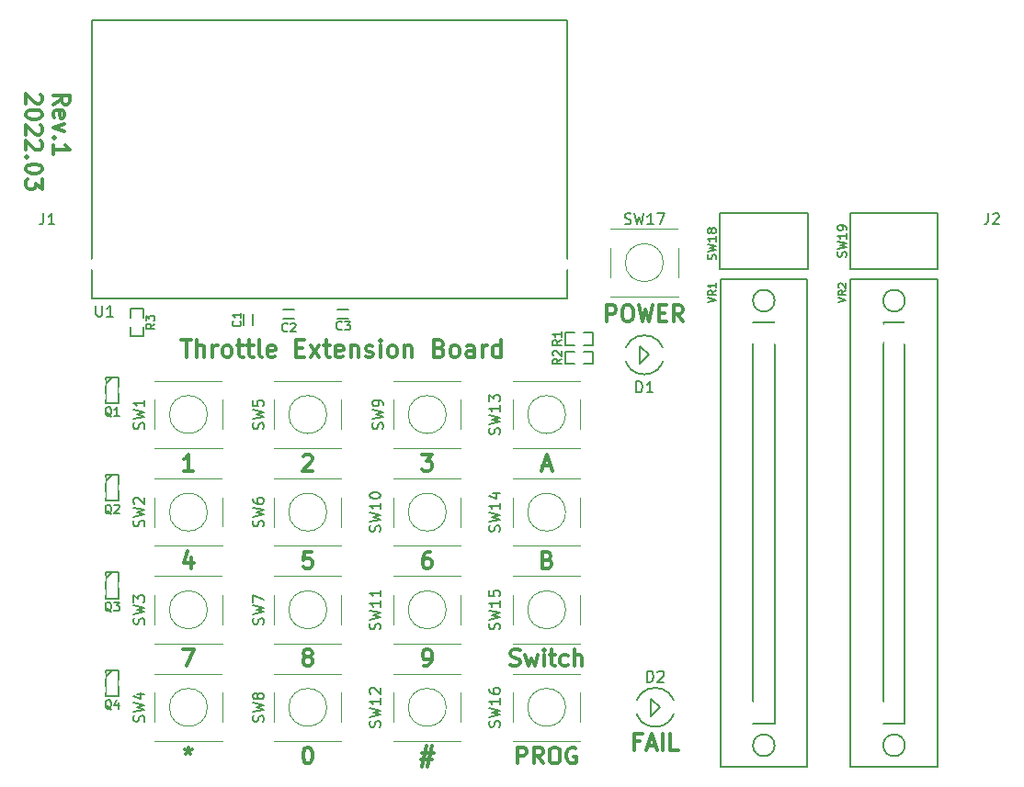
<source format=gto>
%TF.GenerationSoftware,KiCad,Pcbnew,(5.1.12)-1*%
%TF.CreationDate,2022-03-07T14:57:08+09:00*%
%TF.ProjectId,RP2040CommandStationKeypad,52503230-3430-4436-9f6d-6d616e645374,rev?*%
%TF.SameCoordinates,PX4b571c0PY7cee6c0*%
%TF.FileFunction,Legend,Top*%
%TF.FilePolarity,Positive*%
%FSLAX46Y46*%
G04 Gerber Fmt 4.6, Leading zero omitted, Abs format (unit mm)*
G04 Created by KiCad (PCBNEW (5.1.12)-1) date 2022-03-07 14:57:08*
%MOMM*%
%LPD*%
G01*
G04 APERTURE LIST*
%ADD10C,0.300000*%
%ADD11C,0.200000*%
%ADD12C,0.180000*%
%ADD13C,0.120000*%
%ADD14C,0.150000*%
%ADD15C,0.140000*%
%ADD16C,1.800000*%
%ADD17O,3.200000X1.300000*%
%ADD18C,1.600000*%
%ADD19R,1.600000X1.600000*%
%ADD20C,1.524000*%
%ADD21R,0.800000X0.600000*%
%ADD22R,0.700000X0.900000*%
%ADD23R,0.900000X0.700000*%
%ADD24C,1.700000*%
%ADD25C,2.000000*%
%ADD26C,2.500000*%
%ADD27C,3.200000*%
%ADD28C,0.254000*%
%ADD29C,0.100000*%
G04 APERTURE END LIST*
D10*
X58607142Y2857143D02*
X58107142Y2857143D01*
X58107142Y2071429D02*
X58107142Y3571429D01*
X58821428Y3571429D01*
X59321428Y2500000D02*
X60035714Y2500000D01*
X59178571Y2071429D02*
X59678571Y3571429D01*
X60178571Y2071429D01*
X60678571Y2071429D02*
X60678571Y3571429D01*
X62107142Y2071429D02*
X61392857Y2071429D01*
X61392857Y3571429D01*
X4596428Y61590715D02*
X5310714Y62090715D01*
X4596428Y62447858D02*
X6096428Y62447858D01*
X6096428Y61876429D01*
X6025000Y61733572D01*
X5953571Y61662143D01*
X5810714Y61590715D01*
X5596428Y61590715D01*
X5453571Y61662143D01*
X5382142Y61733572D01*
X5310714Y61876429D01*
X5310714Y62447858D01*
X4667857Y60376429D02*
X4596428Y60519286D01*
X4596428Y60805000D01*
X4667857Y60947858D01*
X4810714Y61019286D01*
X5382142Y61019286D01*
X5525000Y60947858D01*
X5596428Y60805000D01*
X5596428Y60519286D01*
X5525000Y60376429D01*
X5382142Y60305000D01*
X5239285Y60305000D01*
X5096428Y61019286D01*
X5596428Y59805000D02*
X4596428Y59447858D01*
X5596428Y59090715D01*
X4739285Y58519286D02*
X4667857Y58447858D01*
X4596428Y58519286D01*
X4667857Y58590715D01*
X4739285Y58519286D01*
X4596428Y58519286D01*
X4596428Y57019286D02*
X4596428Y57876429D01*
X4596428Y57447858D02*
X6096428Y57447858D01*
X5882142Y57590715D01*
X5739285Y57733572D01*
X5667857Y57876429D01*
X3403571Y62519286D02*
X3475000Y62447858D01*
X3546428Y62305000D01*
X3546428Y61947858D01*
X3475000Y61805000D01*
X3403571Y61733572D01*
X3260714Y61662143D01*
X3117857Y61662143D01*
X2903571Y61733572D01*
X2046428Y62590715D01*
X2046428Y61662143D01*
X3546428Y60733572D02*
X3546428Y60590715D01*
X3475000Y60447858D01*
X3403571Y60376429D01*
X3260714Y60305000D01*
X2975000Y60233572D01*
X2617857Y60233572D01*
X2332142Y60305000D01*
X2189285Y60376429D01*
X2117857Y60447858D01*
X2046428Y60590715D01*
X2046428Y60733572D01*
X2117857Y60876429D01*
X2189285Y60947858D01*
X2332142Y61019286D01*
X2617857Y61090715D01*
X2975000Y61090715D01*
X3260714Y61019286D01*
X3403571Y60947858D01*
X3475000Y60876429D01*
X3546428Y60733572D01*
X3403571Y59662143D02*
X3475000Y59590715D01*
X3546428Y59447858D01*
X3546428Y59090715D01*
X3475000Y58947858D01*
X3403571Y58876429D01*
X3260714Y58805000D01*
X3117857Y58805000D01*
X2903571Y58876429D01*
X2046428Y59733572D01*
X2046428Y58805000D01*
X3403571Y58233572D02*
X3475000Y58162143D01*
X3546428Y58019286D01*
X3546428Y57662143D01*
X3475000Y57519286D01*
X3403571Y57447858D01*
X3260714Y57376429D01*
X3117857Y57376429D01*
X2903571Y57447858D01*
X2046428Y58305000D01*
X2046428Y57376429D01*
X2189285Y56733572D02*
X2117857Y56662143D01*
X2046428Y56733572D01*
X2117857Y56805000D01*
X2189285Y56733572D01*
X2046428Y56733572D01*
X3546428Y55733572D02*
X3546428Y55590715D01*
X3475000Y55447858D01*
X3403571Y55376429D01*
X3260714Y55305000D01*
X2975000Y55233572D01*
X2617857Y55233572D01*
X2332142Y55305000D01*
X2189285Y55376429D01*
X2117857Y55447858D01*
X2046428Y55590715D01*
X2046428Y55733572D01*
X2117857Y55876429D01*
X2189285Y55947858D01*
X2332142Y56019286D01*
X2617857Y56090715D01*
X2975000Y56090715D01*
X3260714Y56019286D01*
X3403571Y55947858D01*
X3475000Y55876429D01*
X3546428Y55733572D01*
X3546428Y54733572D02*
X3546428Y53805000D01*
X2975000Y54305000D01*
X2975000Y54090715D01*
X2903571Y53947858D01*
X2832142Y53876429D01*
X2689285Y53805000D01*
X2332142Y53805000D01*
X2189285Y53876429D01*
X2117857Y53947858D01*
X2046428Y54090715D01*
X2046428Y54519286D01*
X2117857Y54662143D01*
X2189285Y54733572D01*
X16347380Y39876191D02*
X17261666Y39876191D01*
X16804523Y38276191D02*
X16804523Y39876191D01*
X17795000Y38276191D02*
X17795000Y39876191D01*
X18480714Y38276191D02*
X18480714Y39114286D01*
X18404523Y39266667D01*
X18252142Y39342858D01*
X18023571Y39342858D01*
X17871190Y39266667D01*
X17795000Y39190477D01*
X19242619Y38276191D02*
X19242619Y39342858D01*
X19242619Y39038096D02*
X19318809Y39190477D01*
X19395000Y39266667D01*
X19547380Y39342858D01*
X19699761Y39342858D01*
X20461666Y38276191D02*
X20309285Y38352381D01*
X20233095Y38428572D01*
X20156904Y38580953D01*
X20156904Y39038096D01*
X20233095Y39190477D01*
X20309285Y39266667D01*
X20461666Y39342858D01*
X20690238Y39342858D01*
X20842619Y39266667D01*
X20918809Y39190477D01*
X20995000Y39038096D01*
X20995000Y38580953D01*
X20918809Y38428572D01*
X20842619Y38352381D01*
X20690238Y38276191D01*
X20461666Y38276191D01*
X21452142Y39342858D02*
X22061666Y39342858D01*
X21680714Y39876191D02*
X21680714Y38504762D01*
X21756904Y38352381D01*
X21909285Y38276191D01*
X22061666Y38276191D01*
X22366428Y39342858D02*
X22975952Y39342858D01*
X22595000Y39876191D02*
X22595000Y38504762D01*
X22671190Y38352381D01*
X22823571Y38276191D01*
X22975952Y38276191D01*
X23737857Y38276191D02*
X23585476Y38352381D01*
X23509285Y38504762D01*
X23509285Y39876191D01*
X24956904Y38352381D02*
X24804523Y38276191D01*
X24499761Y38276191D01*
X24347380Y38352381D01*
X24271190Y38504762D01*
X24271190Y39114286D01*
X24347380Y39266667D01*
X24499761Y39342858D01*
X24804523Y39342858D01*
X24956904Y39266667D01*
X25033095Y39114286D01*
X25033095Y38961905D01*
X24271190Y38809524D01*
X26937857Y39114286D02*
X27471190Y39114286D01*
X27699761Y38276191D02*
X26937857Y38276191D01*
X26937857Y39876191D01*
X27699761Y39876191D01*
X28233095Y38276191D02*
X29071190Y39342858D01*
X28233095Y39342858D02*
X29071190Y38276191D01*
X29452142Y39342858D02*
X30061666Y39342858D01*
X29680714Y39876191D02*
X29680714Y38504762D01*
X29756904Y38352381D01*
X29909285Y38276191D01*
X30061666Y38276191D01*
X31204523Y38352381D02*
X31052142Y38276191D01*
X30747380Y38276191D01*
X30595000Y38352381D01*
X30518809Y38504762D01*
X30518809Y39114286D01*
X30595000Y39266667D01*
X30747380Y39342858D01*
X31052142Y39342858D01*
X31204523Y39266667D01*
X31280714Y39114286D01*
X31280714Y38961905D01*
X30518809Y38809524D01*
X31966428Y39342858D02*
X31966428Y38276191D01*
X31966428Y39190477D02*
X32042619Y39266667D01*
X32195000Y39342858D01*
X32423571Y39342858D01*
X32575952Y39266667D01*
X32652142Y39114286D01*
X32652142Y38276191D01*
X33337857Y38352381D02*
X33490238Y38276191D01*
X33795000Y38276191D01*
X33947380Y38352381D01*
X34023571Y38504762D01*
X34023571Y38580953D01*
X33947380Y38733334D01*
X33795000Y38809524D01*
X33566428Y38809524D01*
X33414047Y38885715D01*
X33337857Y39038096D01*
X33337857Y39114286D01*
X33414047Y39266667D01*
X33566428Y39342858D01*
X33795000Y39342858D01*
X33947380Y39266667D01*
X34709285Y38276191D02*
X34709285Y39342858D01*
X34709285Y39876191D02*
X34633095Y39800000D01*
X34709285Y39723810D01*
X34785476Y39800000D01*
X34709285Y39876191D01*
X34709285Y39723810D01*
X35699761Y38276191D02*
X35547380Y38352381D01*
X35471190Y38428572D01*
X35395000Y38580953D01*
X35395000Y39038096D01*
X35471190Y39190477D01*
X35547380Y39266667D01*
X35699761Y39342858D01*
X35928333Y39342858D01*
X36080714Y39266667D01*
X36156904Y39190477D01*
X36233095Y39038096D01*
X36233095Y38580953D01*
X36156904Y38428572D01*
X36080714Y38352381D01*
X35928333Y38276191D01*
X35699761Y38276191D01*
X36918809Y39342858D02*
X36918809Y38276191D01*
X36918809Y39190477D02*
X36995000Y39266667D01*
X37147380Y39342858D01*
X37375952Y39342858D01*
X37528333Y39266667D01*
X37604523Y39114286D01*
X37604523Y38276191D01*
X40118809Y39114286D02*
X40347380Y39038096D01*
X40423571Y38961905D01*
X40499761Y38809524D01*
X40499761Y38580953D01*
X40423571Y38428572D01*
X40347380Y38352381D01*
X40195000Y38276191D01*
X39585476Y38276191D01*
X39585476Y39876191D01*
X40118809Y39876191D01*
X40271190Y39800000D01*
X40347380Y39723810D01*
X40423571Y39571429D01*
X40423571Y39419048D01*
X40347380Y39266667D01*
X40271190Y39190477D01*
X40118809Y39114286D01*
X39585476Y39114286D01*
X41414047Y38276191D02*
X41261666Y38352381D01*
X41185476Y38428572D01*
X41109285Y38580953D01*
X41109285Y39038096D01*
X41185476Y39190477D01*
X41261666Y39266667D01*
X41414047Y39342858D01*
X41642619Y39342858D01*
X41795000Y39266667D01*
X41871190Y39190477D01*
X41947380Y39038096D01*
X41947380Y38580953D01*
X41871190Y38428572D01*
X41795000Y38352381D01*
X41642619Y38276191D01*
X41414047Y38276191D01*
X43318809Y38276191D02*
X43318809Y39114286D01*
X43242619Y39266667D01*
X43090238Y39342858D01*
X42785476Y39342858D01*
X42633095Y39266667D01*
X43318809Y38352381D02*
X43166428Y38276191D01*
X42785476Y38276191D01*
X42633095Y38352381D01*
X42556904Y38504762D01*
X42556904Y38657143D01*
X42633095Y38809524D01*
X42785476Y38885715D01*
X43166428Y38885715D01*
X43318809Y38961905D01*
X44080714Y38276191D02*
X44080714Y39342858D01*
X44080714Y39038096D02*
X44156904Y39190477D01*
X44233095Y39266667D01*
X44385476Y39342858D01*
X44537857Y39342858D01*
X45756904Y38276191D02*
X45756904Y39876191D01*
X45756904Y38352381D02*
X45604523Y38276191D01*
X45299761Y38276191D01*
X45147380Y38352381D01*
X45071190Y38428572D01*
X44995000Y38580953D01*
X44995000Y39038096D01*
X45071190Y39190477D01*
X45147380Y39266667D01*
X45299761Y39342858D01*
X45604523Y39342858D01*
X45756904Y39266667D01*
X55535714Y41571429D02*
X55535714Y43071429D01*
X56107142Y43071429D01*
X56250000Y43000000D01*
X56321428Y42928572D01*
X56392857Y42785715D01*
X56392857Y42571429D01*
X56321428Y42428572D01*
X56250000Y42357143D01*
X56107142Y42285715D01*
X55535714Y42285715D01*
X57321428Y43071429D02*
X57607142Y43071429D01*
X57750000Y43000000D01*
X57892857Y42857143D01*
X57964285Y42571429D01*
X57964285Y42071429D01*
X57892857Y41785715D01*
X57750000Y41642858D01*
X57607142Y41571429D01*
X57321428Y41571429D01*
X57178571Y41642858D01*
X57035714Y41785715D01*
X56964285Y42071429D01*
X56964285Y42571429D01*
X57035714Y42857143D01*
X57178571Y43000000D01*
X57321428Y43071429D01*
X58464285Y43071429D02*
X58821428Y41571429D01*
X59107142Y42642858D01*
X59392857Y41571429D01*
X59750000Y43071429D01*
X60321428Y42357143D02*
X60821428Y42357143D01*
X61035714Y41571429D02*
X60321428Y41571429D01*
X60321428Y43071429D01*
X61035714Y43071429D01*
X62535714Y41571429D02*
X62035714Y42285715D01*
X61678571Y41571429D02*
X61678571Y43071429D01*
X62250000Y43071429D01*
X62392857Y43000000D01*
X62464285Y42928572D01*
X62535714Y42785715D01*
X62535714Y42571429D01*
X62464285Y42428572D01*
X62392857Y42357143D01*
X62250000Y42285715D01*
X61678571Y42285715D01*
X38500000Y29321429D02*
X39428571Y29321429D01*
X38928571Y28750000D01*
X39142857Y28750000D01*
X39285714Y28678572D01*
X39357142Y28607143D01*
X39428571Y28464286D01*
X39428571Y28107143D01*
X39357142Y27964286D01*
X39285714Y27892858D01*
X39142857Y27821429D01*
X38714285Y27821429D01*
X38571428Y27892858D01*
X38500000Y27964286D01*
X27571428Y29178572D02*
X27642857Y29250000D01*
X27785714Y29321429D01*
X28142857Y29321429D01*
X28285714Y29250000D01*
X28357142Y29178572D01*
X28428571Y29035715D01*
X28428571Y28892858D01*
X28357142Y28678572D01*
X27500000Y27821429D01*
X28428571Y27821429D01*
X17428571Y27821429D02*
X16571428Y27821429D01*
X17000000Y27821429D02*
X17000000Y29321429D01*
X16857142Y29107143D01*
X16714285Y28964286D01*
X16571428Y28892858D01*
X17285714Y19821429D02*
X17285714Y18821429D01*
X16928571Y20392858D02*
X16571428Y19321429D01*
X17500000Y19321429D01*
X28357142Y20321429D02*
X27642857Y20321429D01*
X27571428Y19607143D01*
X27642857Y19678572D01*
X27785714Y19750000D01*
X28142857Y19750000D01*
X28285714Y19678572D01*
X28357142Y19607143D01*
X28428571Y19464286D01*
X28428571Y19107143D01*
X28357142Y18964286D01*
X28285714Y18892858D01*
X28142857Y18821429D01*
X27785714Y18821429D01*
X27642857Y18892858D01*
X27571428Y18964286D01*
X39285714Y20321429D02*
X39000000Y20321429D01*
X38857142Y20250000D01*
X38785714Y20178572D01*
X38642857Y19964286D01*
X38571428Y19678572D01*
X38571428Y19107143D01*
X38642857Y18964286D01*
X38714285Y18892858D01*
X38857142Y18821429D01*
X39142857Y18821429D01*
X39285714Y18892858D01*
X39357142Y18964286D01*
X39428571Y19107143D01*
X39428571Y19464286D01*
X39357142Y19607143D01*
X39285714Y19678572D01*
X39142857Y19750000D01*
X38857142Y19750000D01*
X38714285Y19678572D01*
X38642857Y19607143D01*
X38571428Y19464286D01*
X38714285Y9821429D02*
X39000000Y9821429D01*
X39142857Y9892858D01*
X39214285Y9964286D01*
X39357142Y10178572D01*
X39428571Y10464286D01*
X39428571Y11035715D01*
X39357142Y11178572D01*
X39285714Y11250000D01*
X39142857Y11321429D01*
X38857142Y11321429D01*
X38714285Y11250000D01*
X38642857Y11178572D01*
X38571428Y11035715D01*
X38571428Y10678572D01*
X38642857Y10535715D01*
X38714285Y10464286D01*
X38857142Y10392858D01*
X39142857Y10392858D01*
X39285714Y10464286D01*
X39357142Y10535715D01*
X39428571Y10678572D01*
X27857142Y10678572D02*
X27714285Y10750000D01*
X27642857Y10821429D01*
X27571428Y10964286D01*
X27571428Y11035715D01*
X27642857Y11178572D01*
X27714285Y11250000D01*
X27857142Y11321429D01*
X28142857Y11321429D01*
X28285714Y11250000D01*
X28357142Y11178572D01*
X28428571Y11035715D01*
X28428571Y10964286D01*
X28357142Y10821429D01*
X28285714Y10750000D01*
X28142857Y10678572D01*
X27857142Y10678572D01*
X27714285Y10607143D01*
X27642857Y10535715D01*
X27571428Y10392858D01*
X27571428Y10107143D01*
X27642857Y9964286D01*
X27714285Y9892858D01*
X27857142Y9821429D01*
X28142857Y9821429D01*
X28285714Y9892858D01*
X28357142Y9964286D01*
X28428571Y10107143D01*
X28428571Y10392858D01*
X28357142Y10535715D01*
X28285714Y10607143D01*
X28142857Y10678572D01*
X16500000Y11321429D02*
X17500000Y11321429D01*
X16857142Y9821429D01*
X17000000Y2321429D02*
X17000000Y1964286D01*
X16642857Y2107143D02*
X17000000Y1964286D01*
X17357142Y2107143D01*
X16785714Y1678572D02*
X17000000Y1964286D01*
X17214285Y1678572D01*
X27928571Y2321429D02*
X28071428Y2321429D01*
X28214285Y2250000D01*
X28285714Y2178572D01*
X28357142Y2035715D01*
X28428571Y1750000D01*
X28428571Y1392858D01*
X28357142Y1107143D01*
X28285714Y964286D01*
X28214285Y892858D01*
X28071428Y821429D01*
X27928571Y821429D01*
X27785714Y892858D01*
X27714285Y964286D01*
X27642857Y1107143D01*
X27571428Y1392858D01*
X27571428Y1750000D01*
X27642857Y2035715D01*
X27714285Y2178572D01*
X27785714Y2250000D01*
X27928571Y2321429D01*
X38535714Y1821429D02*
X39607142Y1821429D01*
X38964285Y2464286D02*
X38535714Y535715D01*
X39464285Y1178572D02*
X38392857Y1178572D01*
X39035714Y535715D02*
X39464285Y2464286D01*
X47321428Y821429D02*
X47321428Y2321429D01*
X47892857Y2321429D01*
X48035714Y2250000D01*
X48107142Y2178572D01*
X48178571Y2035715D01*
X48178571Y1821429D01*
X48107142Y1678572D01*
X48035714Y1607143D01*
X47892857Y1535715D01*
X47321428Y1535715D01*
X49678571Y821429D02*
X49178571Y1535715D01*
X48821428Y821429D02*
X48821428Y2321429D01*
X49392857Y2321429D01*
X49535714Y2250000D01*
X49607142Y2178572D01*
X49678571Y2035715D01*
X49678571Y1821429D01*
X49607142Y1678572D01*
X49535714Y1607143D01*
X49392857Y1535715D01*
X48821428Y1535715D01*
X50607142Y2321429D02*
X50892857Y2321429D01*
X51035714Y2250000D01*
X51178571Y2107143D01*
X51250000Y1821429D01*
X51250000Y1321429D01*
X51178571Y1035715D01*
X51035714Y892858D01*
X50892857Y821429D01*
X50607142Y821429D01*
X50464285Y892858D01*
X50321428Y1035715D01*
X50250000Y1321429D01*
X50250000Y1821429D01*
X50321428Y2107143D01*
X50464285Y2250000D01*
X50607142Y2321429D01*
X52678571Y2250000D02*
X52535714Y2321429D01*
X52321428Y2321429D01*
X52107142Y2250000D01*
X51964285Y2107143D01*
X51892857Y1964286D01*
X51821428Y1678572D01*
X51821428Y1464286D01*
X51892857Y1178572D01*
X51964285Y1035715D01*
X52107142Y892858D01*
X52321428Y821429D01*
X52464285Y821429D01*
X52678571Y892858D01*
X52750000Y964286D01*
X52750000Y1464286D01*
X52464285Y1464286D01*
X46678571Y9892858D02*
X46892857Y9821429D01*
X47250000Y9821429D01*
X47392857Y9892858D01*
X47464285Y9964286D01*
X47535714Y10107143D01*
X47535714Y10250000D01*
X47464285Y10392858D01*
X47392857Y10464286D01*
X47250000Y10535715D01*
X46964285Y10607143D01*
X46821428Y10678572D01*
X46750000Y10750000D01*
X46678571Y10892858D01*
X46678571Y11035715D01*
X46750000Y11178572D01*
X46821428Y11250000D01*
X46964285Y11321429D01*
X47321428Y11321429D01*
X47535714Y11250000D01*
X48035714Y10821429D02*
X48321428Y9821429D01*
X48607142Y10535715D01*
X48892857Y9821429D01*
X49178571Y10821429D01*
X49750000Y9821429D02*
X49750000Y10821429D01*
X49750000Y11321429D02*
X49678571Y11250000D01*
X49750000Y11178572D01*
X49821428Y11250000D01*
X49750000Y11321429D01*
X49750000Y11178572D01*
X50250000Y10821429D02*
X50821428Y10821429D01*
X50464285Y11321429D02*
X50464285Y10035715D01*
X50535714Y9892858D01*
X50678571Y9821429D01*
X50821428Y9821429D01*
X51964285Y9892858D02*
X51821428Y9821429D01*
X51535714Y9821429D01*
X51392857Y9892858D01*
X51321428Y9964286D01*
X51250000Y10107143D01*
X51250000Y10535715D01*
X51321428Y10678572D01*
X51392857Y10750000D01*
X51535714Y10821429D01*
X51821428Y10821429D01*
X51964285Y10750000D01*
X52607142Y9821429D02*
X52607142Y11321429D01*
X53250000Y9821429D02*
X53250000Y10607143D01*
X53178571Y10750000D01*
X53035714Y10821429D01*
X52821428Y10821429D01*
X52678571Y10750000D01*
X52607142Y10678572D01*
X50107142Y19607143D02*
X50321428Y19535715D01*
X50392857Y19464286D01*
X50464285Y19321429D01*
X50464285Y19107143D01*
X50392857Y18964286D01*
X50321428Y18892858D01*
X50178571Y18821429D01*
X49607142Y18821429D01*
X49607142Y20321429D01*
X50107142Y20321429D01*
X50250000Y20250000D01*
X50321428Y20178572D01*
X50392857Y20035715D01*
X50392857Y19892858D01*
X50321428Y19750000D01*
X50250000Y19678572D01*
X50107142Y19607143D01*
X49607142Y19607143D01*
X49642857Y28250000D02*
X50357142Y28250000D01*
X49500000Y27821429D02*
X50000000Y29321429D01*
X50500000Y27821429D01*
D11*
%TO.C,U1*%
X8100000Y43700000D02*
X51900000Y43700000D01*
X8100000Y69370000D02*
X51900000Y69370000D01*
X8100000Y43700000D02*
X8100000Y69370000D01*
X51900000Y43700000D02*
X51900000Y69370000D01*
D12*
%TO.C,C1*%
X22900000Y42250000D02*
X22900000Y41250000D01*
X22100000Y41250000D02*
X22100000Y42250000D01*
%TO.C,C2*%
X26750000Y41850000D02*
X25750000Y41850000D01*
X25750000Y42650000D02*
X26750000Y42650000D01*
%TO.C,C3*%
X31750000Y41850000D02*
X30750000Y41850000D01*
X30750000Y42650000D02*
X31750000Y42650000D01*
D11*
%TO.C,D1*%
X60800000Y38500000D02*
G75*
G03*
X60800000Y38500000I-1800000J0D01*
G01*
X58600000Y37700000D02*
X58600000Y39300000D01*
X58600000Y39300000D02*
X59400000Y38500000D01*
X59400000Y38500000D02*
X58600000Y37700000D01*
%TO.C,D2*%
X60400000Y6000000D02*
X59600000Y5200000D01*
X59600000Y6800000D02*
X60400000Y6000000D01*
X59600000Y5200000D02*
X59600000Y6800000D01*
X61800000Y6000000D02*
G75*
G03*
X61800000Y6000000I-1800000J0D01*
G01*
%TO.C,Q1*%
X10000000Y36450000D02*
X9400000Y35850000D01*
X9400000Y36450000D02*
X9400000Y34050000D01*
X10600000Y34050000D02*
X10600000Y36450000D01*
X10600000Y36450000D02*
X9400000Y36450000D01*
X10600000Y34050000D02*
X9400000Y34050000D01*
%TO.C,Q2*%
X10600000Y25050000D02*
X9400000Y25050000D01*
X10600000Y27450000D02*
X9400000Y27450000D01*
X10600000Y25050000D02*
X10600000Y27450000D01*
X9400000Y27450000D02*
X9400000Y25050000D01*
X10000000Y27450000D02*
X9400000Y26850000D01*
%TO.C,Q3*%
X10000000Y18450000D02*
X9400000Y17850000D01*
X9400000Y18450000D02*
X9400000Y16050000D01*
X10600000Y16050000D02*
X10600000Y18450000D01*
X10600000Y18450000D02*
X9400000Y18450000D01*
X10600000Y16050000D02*
X9400000Y16050000D01*
%TO.C,Q4*%
X10600000Y7050000D02*
X9400000Y7050000D01*
X10600000Y9450000D02*
X9400000Y9450000D01*
X10600000Y7050000D02*
X10600000Y9450000D01*
X9400000Y9450000D02*
X9400000Y7050000D01*
X10000000Y9450000D02*
X9400000Y8850000D01*
D12*
%TO.C,R1*%
X54280000Y39420000D02*
X53450000Y39420000D01*
X54280000Y40580000D02*
X54280000Y39420000D01*
X53450000Y40580000D02*
X54280000Y40580000D01*
X51720000Y39420000D02*
X52550000Y39420000D01*
X51720000Y40580000D02*
X51720000Y39420000D01*
X52550000Y40580000D02*
X51720000Y40580000D01*
%TO.C,R2*%
X52550000Y38830000D02*
X51720000Y38830000D01*
X51720000Y38830000D02*
X51720000Y37670000D01*
X51720000Y37670000D02*
X52550000Y37670000D01*
X53450000Y38830000D02*
X54280000Y38830000D01*
X54280000Y38830000D02*
X54280000Y37670000D01*
X54280000Y37670000D02*
X53450000Y37670000D01*
%TO.C,R3*%
X11670000Y41050000D02*
X11670000Y40220000D01*
X11670000Y40220000D02*
X12830000Y40220000D01*
X12830000Y40220000D02*
X12830000Y41050000D01*
X11670000Y41950000D02*
X11670000Y42780000D01*
X11670000Y42780000D02*
X12830000Y42780000D01*
X12830000Y42780000D02*
X12830000Y41950000D01*
D13*
%TO.C,SW1*%
X13900000Y34350000D02*
X13900000Y31650000D01*
X13900000Y29900000D02*
X20100000Y29900000D01*
X20100000Y31650000D02*
X20100000Y34350000D01*
X20100000Y36100000D02*
X13900000Y36100000D01*
X18750000Y33000000D02*
G75*
G03*
X18750000Y33000000I-1750000J0D01*
G01*
%TO.C,SW2*%
X13900000Y25350000D02*
X13900000Y22650000D01*
X13900000Y20900000D02*
X20100000Y20900000D01*
X20100000Y22650000D02*
X20100000Y25350000D01*
X20100000Y27100000D02*
X13900000Y27100000D01*
X18750000Y24000000D02*
G75*
G03*
X18750000Y24000000I-1750000J0D01*
G01*
%TO.C,SW3*%
X18750000Y15000000D02*
G75*
G03*
X18750000Y15000000I-1750000J0D01*
G01*
X20100000Y18100000D02*
X13900000Y18100000D01*
X20100000Y13650000D02*
X20100000Y16350000D01*
X13900000Y11900000D02*
X20100000Y11900000D01*
X13900000Y16350000D02*
X13900000Y13650000D01*
%TO.C,SW4*%
X18750000Y6000000D02*
G75*
G03*
X18750000Y6000000I-1750000J0D01*
G01*
X20100000Y9100000D02*
X13900000Y9100000D01*
X20100000Y4650000D02*
X20100000Y7350000D01*
X13900000Y2900000D02*
X20100000Y2900000D01*
X13900000Y7350000D02*
X13900000Y4650000D01*
%TO.C,SW5*%
X29750000Y33000000D02*
G75*
G03*
X29750000Y33000000I-1750000J0D01*
G01*
X31100000Y36100000D02*
X24900000Y36100000D01*
X31100000Y31650000D02*
X31100000Y34350000D01*
X24900000Y29900000D02*
X31100000Y29900000D01*
X24900000Y34350000D02*
X24900000Y31650000D01*
%TO.C,SW6*%
X24900000Y25350000D02*
X24900000Y22650000D01*
X24900000Y20900000D02*
X31100000Y20900000D01*
X31100000Y22650000D02*
X31100000Y25350000D01*
X31100000Y27100000D02*
X24900000Y27100000D01*
X29750000Y24000000D02*
G75*
G03*
X29750000Y24000000I-1750000J0D01*
G01*
%TO.C,SW7*%
X24900000Y16350000D02*
X24900000Y13650000D01*
X24900000Y11900000D02*
X31100000Y11900000D01*
X31100000Y13650000D02*
X31100000Y16350000D01*
X31100000Y18100000D02*
X24900000Y18100000D01*
X29750000Y15000000D02*
G75*
G03*
X29750000Y15000000I-1750000J0D01*
G01*
%TO.C,SW8*%
X29750000Y6000000D02*
G75*
G03*
X29750000Y6000000I-1750000J0D01*
G01*
X31100000Y9100000D02*
X24900000Y9100000D01*
X31100000Y4650000D02*
X31100000Y7350000D01*
X24900000Y2900000D02*
X31100000Y2900000D01*
X24900000Y7350000D02*
X24900000Y4650000D01*
%TO.C,SW9*%
X35900000Y34350000D02*
X35900000Y31650000D01*
X35900000Y29900000D02*
X42100000Y29900000D01*
X42100000Y31650000D02*
X42100000Y34350000D01*
X42100000Y36100000D02*
X35900000Y36100000D01*
X40750000Y33000000D02*
G75*
G03*
X40750000Y33000000I-1750000J0D01*
G01*
%TO.C,SW10*%
X40750000Y24000000D02*
G75*
G03*
X40750000Y24000000I-1750000J0D01*
G01*
X42100000Y27100000D02*
X35900000Y27100000D01*
X42100000Y22650000D02*
X42100000Y25350000D01*
X35900000Y20900000D02*
X42100000Y20900000D01*
X35900000Y25350000D02*
X35900000Y22650000D01*
%TO.C,SW11*%
X40750000Y15000000D02*
G75*
G03*
X40750000Y15000000I-1750000J0D01*
G01*
X42100000Y18100000D02*
X35900000Y18100000D01*
X42100000Y13650000D02*
X42100000Y16350000D01*
X35900000Y11900000D02*
X42100000Y11900000D01*
X35900000Y16350000D02*
X35900000Y13650000D01*
%TO.C,SW12*%
X35900000Y7350000D02*
X35900000Y4650000D01*
X35900000Y2900000D02*
X42100000Y2900000D01*
X42100000Y4650000D02*
X42100000Y7350000D01*
X42100000Y9100000D02*
X35900000Y9100000D01*
X40750000Y6000000D02*
G75*
G03*
X40750000Y6000000I-1750000J0D01*
G01*
%TO.C,SW13*%
X51750000Y33000000D02*
G75*
G03*
X51750000Y33000000I-1750000J0D01*
G01*
X53100000Y36100000D02*
X46900000Y36100000D01*
X53100000Y31650000D02*
X53100000Y34350000D01*
X46900000Y29900000D02*
X53100000Y29900000D01*
X46900000Y34350000D02*
X46900000Y31650000D01*
%TO.C,SW14*%
X46900000Y25350000D02*
X46900000Y22650000D01*
X46900000Y20900000D02*
X53100000Y20900000D01*
X53100000Y22650000D02*
X53100000Y25350000D01*
X53100000Y27100000D02*
X46900000Y27100000D01*
X51750000Y24000000D02*
G75*
G03*
X51750000Y24000000I-1750000J0D01*
G01*
%TO.C,SW15*%
X46900000Y16350000D02*
X46900000Y13650000D01*
X46900000Y11900000D02*
X53100000Y11900000D01*
X53100000Y13650000D02*
X53100000Y16350000D01*
X53100000Y18100000D02*
X46900000Y18100000D01*
X51750000Y15000000D02*
G75*
G03*
X51750000Y15000000I-1750000J0D01*
G01*
%TO.C,SW16*%
X51750000Y6000000D02*
G75*
G03*
X51750000Y6000000I-1750000J0D01*
G01*
X53100000Y9100000D02*
X46900000Y9100000D01*
X53100000Y4650000D02*
X53100000Y7350000D01*
X46900000Y2900000D02*
X53100000Y2900000D01*
X46900000Y7350000D02*
X46900000Y4650000D01*
%TO.C,SW17*%
X60750000Y47000000D02*
G75*
G03*
X60750000Y47000000I-1750000J0D01*
G01*
X62100000Y50100000D02*
X55900000Y50100000D01*
X62100000Y45650000D02*
X62100000Y48350000D01*
X55900000Y43900000D02*
X62100000Y43900000D01*
X55900000Y48350000D02*
X55900000Y45650000D01*
D14*
%TO.C,SW18*%
X74050000Y51540000D02*
X74050000Y46460000D01*
X65950000Y51540000D02*
X65950000Y46460000D01*
X74050000Y51550000D02*
X65950000Y51550000D01*
X65950000Y46450000D02*
X74050000Y46450000D01*
%TO.C,SW19*%
X77950000Y46450000D02*
X86050000Y46450000D01*
X86050000Y51550000D02*
X77950000Y51550000D01*
X77950000Y51540000D02*
X77950000Y46460000D01*
X86050000Y51540000D02*
X86050000Y46460000D01*
%TO.C,VR1*%
X74000000Y500000D02*
X66000000Y500000D01*
X74000000Y45500000D02*
X74000000Y500000D01*
X66000000Y45500000D02*
X74000000Y45500000D01*
X66000000Y500000D02*
X66000000Y45500000D01*
X69000000Y4500000D02*
X69000000Y41500000D01*
X71000000Y4500000D02*
X69000000Y4500000D01*
X71000000Y41500000D02*
X71000000Y4500000D01*
X69000000Y41500000D02*
X71000000Y41500000D01*
X71000000Y2500000D02*
G75*
G03*
X71000000Y2500000I-1000000J0D01*
G01*
X71000000Y43500000D02*
G75*
G03*
X71000000Y43500000I-1000000J0D01*
G01*
%TO.C,VR2*%
X83000000Y43500000D02*
G75*
G03*
X83000000Y43500000I-1000000J0D01*
G01*
X83000000Y2500000D02*
G75*
G03*
X83000000Y2500000I-1000000J0D01*
G01*
X81000000Y41500000D02*
X83000000Y41500000D01*
X83000000Y41500000D02*
X83000000Y4500000D01*
X83000000Y4500000D02*
X81000000Y4500000D01*
X81000000Y4500000D02*
X81000000Y41500000D01*
X78000000Y500000D02*
X78000000Y45500000D01*
X78000000Y45500000D02*
X86000000Y45500000D01*
X86000000Y45500000D02*
X86000000Y500000D01*
X86000000Y500000D02*
X78000000Y500000D01*
%TO.C,U1*%
X8488095Y43047620D02*
X8488095Y42238096D01*
X8535714Y42142858D01*
X8583333Y42095239D01*
X8678571Y42047620D01*
X8869047Y42047620D01*
X8964285Y42095239D01*
X9011904Y42142858D01*
X9059523Y42238096D01*
X9059523Y43047620D01*
X10059523Y42047620D02*
X9488095Y42047620D01*
X9773809Y42047620D02*
X9773809Y43047620D01*
X9678571Y42904762D01*
X9583333Y42809524D01*
X9488095Y42761905D01*
%TO.C,J1*%
X3666666Y51547620D02*
X3666666Y50833334D01*
X3619047Y50690477D01*
X3523809Y50595239D01*
X3380952Y50547620D01*
X3285714Y50547620D01*
X4666666Y50547620D02*
X4095238Y50547620D01*
X4380952Y50547620D02*
X4380952Y51547620D01*
X4285714Y51404762D01*
X4190476Y51309524D01*
X4095238Y51261905D01*
%TO.C,J2*%
X90666666Y51547620D02*
X90666666Y50833334D01*
X90619047Y50690477D01*
X90523809Y50595239D01*
X90380952Y50547620D01*
X90285714Y50547620D01*
X91095238Y51452381D02*
X91142857Y51500000D01*
X91238095Y51547620D01*
X91476190Y51547620D01*
X91571428Y51500000D01*
X91619047Y51452381D01*
X91666666Y51357143D01*
X91666666Y51261905D01*
X91619047Y51119048D01*
X91047619Y50547620D01*
X91666666Y50547620D01*
%TO.C,C1*%
D15*
X21785714Y41616667D02*
X21823809Y41578572D01*
X21861904Y41464286D01*
X21861904Y41388096D01*
X21823809Y41273810D01*
X21747619Y41197620D01*
X21671428Y41159524D01*
X21519047Y41121429D01*
X21404761Y41121429D01*
X21252380Y41159524D01*
X21176190Y41197620D01*
X21100000Y41273810D01*
X21061904Y41388096D01*
X21061904Y41464286D01*
X21100000Y41578572D01*
X21138095Y41616667D01*
X21861904Y42378572D02*
X21861904Y41921429D01*
X21861904Y42150000D02*
X21061904Y42150000D01*
X21176190Y42073810D01*
X21252380Y41997620D01*
X21290476Y41921429D01*
%TO.C,C2*%
X26116666Y40714286D02*
X26078571Y40676191D01*
X25964285Y40638096D01*
X25888095Y40638096D01*
X25773809Y40676191D01*
X25697619Y40752381D01*
X25659523Y40828572D01*
X25621428Y40980953D01*
X25621428Y41095239D01*
X25659523Y41247620D01*
X25697619Y41323810D01*
X25773809Y41400000D01*
X25888095Y41438096D01*
X25964285Y41438096D01*
X26078571Y41400000D01*
X26116666Y41361905D01*
X26421428Y41361905D02*
X26459523Y41400000D01*
X26535714Y41438096D01*
X26726190Y41438096D01*
X26802380Y41400000D01*
X26840476Y41361905D01*
X26878571Y41285715D01*
X26878571Y41209524D01*
X26840476Y41095239D01*
X26383333Y40638096D01*
X26878571Y40638096D01*
%TO.C,C3*%
X31116666Y40864286D02*
X31078571Y40826191D01*
X30964285Y40788096D01*
X30888095Y40788096D01*
X30773809Y40826191D01*
X30697619Y40902381D01*
X30659523Y40978572D01*
X30621428Y41130953D01*
X30621428Y41245239D01*
X30659523Y41397620D01*
X30697619Y41473810D01*
X30773809Y41550000D01*
X30888095Y41588096D01*
X30964285Y41588096D01*
X31078571Y41550000D01*
X31116666Y41511905D01*
X31383333Y41588096D02*
X31878571Y41588096D01*
X31611904Y41283334D01*
X31726190Y41283334D01*
X31802380Y41245239D01*
X31840476Y41207143D01*
X31878571Y41130953D01*
X31878571Y40940477D01*
X31840476Y40864286D01*
X31802380Y40826191D01*
X31726190Y40788096D01*
X31497619Y40788096D01*
X31421428Y40826191D01*
X31383333Y40864286D01*
%TO.C,D1*%
D14*
X58261904Y35047620D02*
X58261904Y36047620D01*
X58500000Y36047620D01*
X58642857Y36000000D01*
X58738095Y35904762D01*
X58785714Y35809524D01*
X58833333Y35619048D01*
X58833333Y35476191D01*
X58785714Y35285715D01*
X58738095Y35190477D01*
X58642857Y35095239D01*
X58500000Y35047620D01*
X58261904Y35047620D01*
X59785714Y35047620D02*
X59214285Y35047620D01*
X59500000Y35047620D02*
X59500000Y36047620D01*
X59404761Y35904762D01*
X59309523Y35809524D01*
X59214285Y35761905D01*
%TO.C,D2*%
X59261904Y8347620D02*
X59261904Y9347620D01*
X59500000Y9347620D01*
X59642857Y9300000D01*
X59738095Y9204762D01*
X59785714Y9109524D01*
X59833333Y8919048D01*
X59833333Y8776191D01*
X59785714Y8585715D01*
X59738095Y8490477D01*
X59642857Y8395239D01*
X59500000Y8347620D01*
X59261904Y8347620D01*
X60214285Y9252381D02*
X60261904Y9300000D01*
X60357142Y9347620D01*
X60595238Y9347620D01*
X60690476Y9300000D01*
X60738095Y9252381D01*
X60785714Y9157143D01*
X60785714Y9061905D01*
X60738095Y8919048D01*
X60166666Y8347620D01*
X60785714Y8347620D01*
%TO.C,Q1*%
X9923809Y32811905D02*
X9847619Y32850000D01*
X9771428Y32926191D01*
X9657142Y33040477D01*
X9580952Y33078572D01*
X9504761Y33078572D01*
X9542857Y32888096D02*
X9466666Y32926191D01*
X9390476Y33002381D01*
X9352380Y33154762D01*
X9352380Y33421429D01*
X9390476Y33573810D01*
X9466666Y33650000D01*
X9542857Y33688096D01*
X9695238Y33688096D01*
X9771428Y33650000D01*
X9847619Y33573810D01*
X9885714Y33421429D01*
X9885714Y33154762D01*
X9847619Y33002381D01*
X9771428Y32926191D01*
X9695238Y32888096D01*
X9542857Y32888096D01*
X10647619Y32888096D02*
X10190476Y32888096D01*
X10419047Y32888096D02*
X10419047Y33688096D01*
X10342857Y33573810D01*
X10266666Y33497620D01*
X10190476Y33459524D01*
%TO.C,Q2*%
X9923809Y23811905D02*
X9847619Y23850000D01*
X9771428Y23926191D01*
X9657142Y24040477D01*
X9580952Y24078572D01*
X9504761Y24078572D01*
X9542857Y23888096D02*
X9466666Y23926191D01*
X9390476Y24002381D01*
X9352380Y24154762D01*
X9352380Y24421429D01*
X9390476Y24573810D01*
X9466666Y24650000D01*
X9542857Y24688096D01*
X9695238Y24688096D01*
X9771428Y24650000D01*
X9847619Y24573810D01*
X9885714Y24421429D01*
X9885714Y24154762D01*
X9847619Y24002381D01*
X9771428Y23926191D01*
X9695238Y23888096D01*
X9542857Y23888096D01*
X10190476Y24611905D02*
X10228571Y24650000D01*
X10304761Y24688096D01*
X10495238Y24688096D01*
X10571428Y24650000D01*
X10609523Y24611905D01*
X10647619Y24535715D01*
X10647619Y24459524D01*
X10609523Y24345239D01*
X10152380Y23888096D01*
X10647619Y23888096D01*
%TO.C,Q3*%
X9923809Y14811905D02*
X9847619Y14850000D01*
X9771428Y14926191D01*
X9657142Y15040477D01*
X9580952Y15078572D01*
X9504761Y15078572D01*
X9542857Y14888096D02*
X9466666Y14926191D01*
X9390476Y15002381D01*
X9352380Y15154762D01*
X9352380Y15421429D01*
X9390476Y15573810D01*
X9466666Y15650000D01*
X9542857Y15688096D01*
X9695238Y15688096D01*
X9771428Y15650000D01*
X9847619Y15573810D01*
X9885714Y15421429D01*
X9885714Y15154762D01*
X9847619Y15002381D01*
X9771428Y14926191D01*
X9695238Y14888096D01*
X9542857Y14888096D01*
X10152380Y15688096D02*
X10647619Y15688096D01*
X10380952Y15383334D01*
X10495238Y15383334D01*
X10571428Y15345239D01*
X10609523Y15307143D01*
X10647619Y15230953D01*
X10647619Y15040477D01*
X10609523Y14964286D01*
X10571428Y14926191D01*
X10495238Y14888096D01*
X10266666Y14888096D01*
X10190476Y14926191D01*
X10152380Y14964286D01*
%TO.C,Q4*%
X9923809Y5811905D02*
X9847619Y5850000D01*
X9771428Y5926191D01*
X9657142Y6040477D01*
X9580952Y6078572D01*
X9504761Y6078572D01*
X9542857Y5888096D02*
X9466666Y5926191D01*
X9390476Y6002381D01*
X9352380Y6154762D01*
X9352380Y6421429D01*
X9390476Y6573810D01*
X9466666Y6650000D01*
X9542857Y6688096D01*
X9695238Y6688096D01*
X9771428Y6650000D01*
X9847619Y6573810D01*
X9885714Y6421429D01*
X9885714Y6154762D01*
X9847619Y6002381D01*
X9771428Y5926191D01*
X9695238Y5888096D01*
X9542857Y5888096D01*
X10571428Y6421429D02*
X10571428Y5888096D01*
X10380952Y6726191D02*
X10190476Y6154762D01*
X10685714Y6154762D01*
%TO.C,R1*%
D15*
X51361904Y39866667D02*
X50980952Y39600000D01*
X51361904Y39409524D02*
X50561904Y39409524D01*
X50561904Y39714286D01*
X50600000Y39790477D01*
X50638095Y39828572D01*
X50714285Y39866667D01*
X50828571Y39866667D01*
X50904761Y39828572D01*
X50942857Y39790477D01*
X50980952Y39714286D01*
X50980952Y39409524D01*
X51361904Y40628572D02*
X51361904Y40171429D01*
X51361904Y40400000D02*
X50561904Y40400000D01*
X50676190Y40323810D01*
X50752380Y40247620D01*
X50790476Y40171429D01*
%TO.C,R2*%
X51361904Y38116667D02*
X50980952Y37850000D01*
X51361904Y37659524D02*
X50561904Y37659524D01*
X50561904Y37964286D01*
X50600000Y38040477D01*
X50638095Y38078572D01*
X50714285Y38116667D01*
X50828571Y38116667D01*
X50904761Y38078572D01*
X50942857Y38040477D01*
X50980952Y37964286D01*
X50980952Y37659524D01*
X50638095Y38421429D02*
X50600000Y38459524D01*
X50561904Y38535715D01*
X50561904Y38726191D01*
X50600000Y38802381D01*
X50638095Y38840477D01*
X50714285Y38878572D01*
X50790476Y38878572D01*
X50904761Y38840477D01*
X51361904Y38383334D01*
X51361904Y38878572D01*
%TO.C,R3*%
X13891904Y41366667D02*
X13510952Y41100000D01*
X13891904Y40909524D02*
X13091904Y40909524D01*
X13091904Y41214286D01*
X13130000Y41290477D01*
X13168095Y41328572D01*
X13244285Y41366667D01*
X13358571Y41366667D01*
X13434761Y41328572D01*
X13472857Y41290477D01*
X13510952Y41214286D01*
X13510952Y40909524D01*
X13091904Y41633334D02*
X13091904Y42128572D01*
X13396666Y41861905D01*
X13396666Y41976191D01*
X13434761Y42052381D01*
X13472857Y42090477D01*
X13549047Y42128572D01*
X13739523Y42128572D01*
X13815714Y42090477D01*
X13853809Y42052381D01*
X13891904Y41976191D01*
X13891904Y41747620D01*
X13853809Y41671429D01*
X13815714Y41633334D01*
%TO.C,SW1*%
D14*
X12904761Y31666667D02*
X12952380Y31809524D01*
X12952380Y32047620D01*
X12904761Y32142858D01*
X12857142Y32190477D01*
X12761904Y32238096D01*
X12666666Y32238096D01*
X12571428Y32190477D01*
X12523809Y32142858D01*
X12476190Y32047620D01*
X12428571Y31857143D01*
X12380952Y31761905D01*
X12333333Y31714286D01*
X12238095Y31666667D01*
X12142857Y31666667D01*
X12047619Y31714286D01*
X12000000Y31761905D01*
X11952380Y31857143D01*
X11952380Y32095239D01*
X12000000Y32238096D01*
X11952380Y32571429D02*
X12952380Y32809524D01*
X12238095Y33000000D01*
X12952380Y33190477D01*
X11952380Y33428572D01*
X12952380Y34333334D02*
X12952380Y33761905D01*
X12952380Y34047620D02*
X11952380Y34047620D01*
X12095238Y33952381D01*
X12190476Y33857143D01*
X12238095Y33761905D01*
%TO.C,SW2*%
X12904761Y22666667D02*
X12952380Y22809524D01*
X12952380Y23047620D01*
X12904761Y23142858D01*
X12857142Y23190477D01*
X12761904Y23238096D01*
X12666666Y23238096D01*
X12571428Y23190477D01*
X12523809Y23142858D01*
X12476190Y23047620D01*
X12428571Y22857143D01*
X12380952Y22761905D01*
X12333333Y22714286D01*
X12238095Y22666667D01*
X12142857Y22666667D01*
X12047619Y22714286D01*
X12000000Y22761905D01*
X11952380Y22857143D01*
X11952380Y23095239D01*
X12000000Y23238096D01*
X11952380Y23571429D02*
X12952380Y23809524D01*
X12238095Y24000000D01*
X12952380Y24190477D01*
X11952380Y24428572D01*
X12047619Y24761905D02*
X12000000Y24809524D01*
X11952380Y24904762D01*
X11952380Y25142858D01*
X12000000Y25238096D01*
X12047619Y25285715D01*
X12142857Y25333334D01*
X12238095Y25333334D01*
X12380952Y25285715D01*
X12952380Y24714286D01*
X12952380Y25333334D01*
%TO.C,SW3*%
X12904761Y13666667D02*
X12952380Y13809524D01*
X12952380Y14047620D01*
X12904761Y14142858D01*
X12857142Y14190477D01*
X12761904Y14238096D01*
X12666666Y14238096D01*
X12571428Y14190477D01*
X12523809Y14142858D01*
X12476190Y14047620D01*
X12428571Y13857143D01*
X12380952Y13761905D01*
X12333333Y13714286D01*
X12238095Y13666667D01*
X12142857Y13666667D01*
X12047619Y13714286D01*
X12000000Y13761905D01*
X11952380Y13857143D01*
X11952380Y14095239D01*
X12000000Y14238096D01*
X11952380Y14571429D02*
X12952380Y14809524D01*
X12238095Y15000000D01*
X12952380Y15190477D01*
X11952380Y15428572D01*
X11952380Y15714286D02*
X11952380Y16333334D01*
X12333333Y16000000D01*
X12333333Y16142858D01*
X12380952Y16238096D01*
X12428571Y16285715D01*
X12523809Y16333334D01*
X12761904Y16333334D01*
X12857142Y16285715D01*
X12904761Y16238096D01*
X12952380Y16142858D01*
X12952380Y15857143D01*
X12904761Y15761905D01*
X12857142Y15714286D01*
%TO.C,SW4*%
X12904761Y4666667D02*
X12952380Y4809524D01*
X12952380Y5047620D01*
X12904761Y5142858D01*
X12857142Y5190477D01*
X12761904Y5238096D01*
X12666666Y5238096D01*
X12571428Y5190477D01*
X12523809Y5142858D01*
X12476190Y5047620D01*
X12428571Y4857143D01*
X12380952Y4761905D01*
X12333333Y4714286D01*
X12238095Y4666667D01*
X12142857Y4666667D01*
X12047619Y4714286D01*
X12000000Y4761905D01*
X11952380Y4857143D01*
X11952380Y5095239D01*
X12000000Y5238096D01*
X11952380Y5571429D02*
X12952380Y5809524D01*
X12238095Y6000000D01*
X12952380Y6190477D01*
X11952380Y6428572D01*
X12285714Y7238096D02*
X12952380Y7238096D01*
X11904761Y7000000D02*
X12619047Y6761905D01*
X12619047Y7380953D01*
%TO.C,SW5*%
X23904761Y31666667D02*
X23952380Y31809524D01*
X23952380Y32047620D01*
X23904761Y32142858D01*
X23857142Y32190477D01*
X23761904Y32238096D01*
X23666666Y32238096D01*
X23571428Y32190477D01*
X23523809Y32142858D01*
X23476190Y32047620D01*
X23428571Y31857143D01*
X23380952Y31761905D01*
X23333333Y31714286D01*
X23238095Y31666667D01*
X23142857Y31666667D01*
X23047619Y31714286D01*
X23000000Y31761905D01*
X22952380Y31857143D01*
X22952380Y32095239D01*
X23000000Y32238096D01*
X22952380Y32571429D02*
X23952380Y32809524D01*
X23238095Y33000000D01*
X23952380Y33190477D01*
X22952380Y33428572D01*
X22952380Y34285715D02*
X22952380Y33809524D01*
X23428571Y33761905D01*
X23380952Y33809524D01*
X23333333Y33904762D01*
X23333333Y34142858D01*
X23380952Y34238096D01*
X23428571Y34285715D01*
X23523809Y34333334D01*
X23761904Y34333334D01*
X23857142Y34285715D01*
X23904761Y34238096D01*
X23952380Y34142858D01*
X23952380Y33904762D01*
X23904761Y33809524D01*
X23857142Y33761905D01*
%TO.C,SW6*%
X23904761Y22666667D02*
X23952380Y22809524D01*
X23952380Y23047620D01*
X23904761Y23142858D01*
X23857142Y23190477D01*
X23761904Y23238096D01*
X23666666Y23238096D01*
X23571428Y23190477D01*
X23523809Y23142858D01*
X23476190Y23047620D01*
X23428571Y22857143D01*
X23380952Y22761905D01*
X23333333Y22714286D01*
X23238095Y22666667D01*
X23142857Y22666667D01*
X23047619Y22714286D01*
X23000000Y22761905D01*
X22952380Y22857143D01*
X22952380Y23095239D01*
X23000000Y23238096D01*
X22952380Y23571429D02*
X23952380Y23809524D01*
X23238095Y24000000D01*
X23952380Y24190477D01*
X22952380Y24428572D01*
X22952380Y25238096D02*
X22952380Y25047620D01*
X23000000Y24952381D01*
X23047619Y24904762D01*
X23190476Y24809524D01*
X23380952Y24761905D01*
X23761904Y24761905D01*
X23857142Y24809524D01*
X23904761Y24857143D01*
X23952380Y24952381D01*
X23952380Y25142858D01*
X23904761Y25238096D01*
X23857142Y25285715D01*
X23761904Y25333334D01*
X23523809Y25333334D01*
X23428571Y25285715D01*
X23380952Y25238096D01*
X23333333Y25142858D01*
X23333333Y24952381D01*
X23380952Y24857143D01*
X23428571Y24809524D01*
X23523809Y24761905D01*
%TO.C,SW7*%
X23904761Y13666667D02*
X23952380Y13809524D01*
X23952380Y14047620D01*
X23904761Y14142858D01*
X23857142Y14190477D01*
X23761904Y14238096D01*
X23666666Y14238096D01*
X23571428Y14190477D01*
X23523809Y14142858D01*
X23476190Y14047620D01*
X23428571Y13857143D01*
X23380952Y13761905D01*
X23333333Y13714286D01*
X23238095Y13666667D01*
X23142857Y13666667D01*
X23047619Y13714286D01*
X23000000Y13761905D01*
X22952380Y13857143D01*
X22952380Y14095239D01*
X23000000Y14238096D01*
X22952380Y14571429D02*
X23952380Y14809524D01*
X23238095Y15000000D01*
X23952380Y15190477D01*
X22952380Y15428572D01*
X22952380Y15714286D02*
X22952380Y16380953D01*
X23952380Y15952381D01*
%TO.C,SW8*%
X23904761Y4666667D02*
X23952380Y4809524D01*
X23952380Y5047620D01*
X23904761Y5142858D01*
X23857142Y5190477D01*
X23761904Y5238096D01*
X23666666Y5238096D01*
X23571428Y5190477D01*
X23523809Y5142858D01*
X23476190Y5047620D01*
X23428571Y4857143D01*
X23380952Y4761905D01*
X23333333Y4714286D01*
X23238095Y4666667D01*
X23142857Y4666667D01*
X23047619Y4714286D01*
X23000000Y4761905D01*
X22952380Y4857143D01*
X22952380Y5095239D01*
X23000000Y5238096D01*
X22952380Y5571429D02*
X23952380Y5809524D01*
X23238095Y6000000D01*
X23952380Y6190477D01*
X22952380Y6428572D01*
X23380952Y6952381D02*
X23333333Y6857143D01*
X23285714Y6809524D01*
X23190476Y6761905D01*
X23142857Y6761905D01*
X23047619Y6809524D01*
X23000000Y6857143D01*
X22952380Y6952381D01*
X22952380Y7142858D01*
X23000000Y7238096D01*
X23047619Y7285715D01*
X23142857Y7333334D01*
X23190476Y7333334D01*
X23285714Y7285715D01*
X23333333Y7238096D01*
X23380952Y7142858D01*
X23380952Y6952381D01*
X23428571Y6857143D01*
X23476190Y6809524D01*
X23571428Y6761905D01*
X23761904Y6761905D01*
X23857142Y6809524D01*
X23904761Y6857143D01*
X23952380Y6952381D01*
X23952380Y7142858D01*
X23904761Y7238096D01*
X23857142Y7285715D01*
X23761904Y7333334D01*
X23571428Y7333334D01*
X23476190Y7285715D01*
X23428571Y7238096D01*
X23380952Y7142858D01*
%TO.C,SW9*%
X34904761Y31666667D02*
X34952380Y31809524D01*
X34952380Y32047620D01*
X34904761Y32142858D01*
X34857142Y32190477D01*
X34761904Y32238096D01*
X34666666Y32238096D01*
X34571428Y32190477D01*
X34523809Y32142858D01*
X34476190Y32047620D01*
X34428571Y31857143D01*
X34380952Y31761905D01*
X34333333Y31714286D01*
X34238095Y31666667D01*
X34142857Y31666667D01*
X34047619Y31714286D01*
X34000000Y31761905D01*
X33952380Y31857143D01*
X33952380Y32095239D01*
X34000000Y32238096D01*
X33952380Y32571429D02*
X34952380Y32809524D01*
X34238095Y33000000D01*
X34952380Y33190477D01*
X33952380Y33428572D01*
X34952380Y33857143D02*
X34952380Y34047620D01*
X34904761Y34142858D01*
X34857142Y34190477D01*
X34714285Y34285715D01*
X34523809Y34333334D01*
X34142857Y34333334D01*
X34047619Y34285715D01*
X34000000Y34238096D01*
X33952380Y34142858D01*
X33952380Y33952381D01*
X34000000Y33857143D01*
X34047619Y33809524D01*
X34142857Y33761905D01*
X34380952Y33761905D01*
X34476190Y33809524D01*
X34523809Y33857143D01*
X34571428Y33952381D01*
X34571428Y34142858D01*
X34523809Y34238096D01*
X34476190Y34285715D01*
X34380952Y34333334D01*
%TO.C,SW10*%
X34654761Y22190477D02*
X34702380Y22333334D01*
X34702380Y22571429D01*
X34654761Y22666667D01*
X34607142Y22714286D01*
X34511904Y22761905D01*
X34416666Y22761905D01*
X34321428Y22714286D01*
X34273809Y22666667D01*
X34226190Y22571429D01*
X34178571Y22380953D01*
X34130952Y22285715D01*
X34083333Y22238096D01*
X33988095Y22190477D01*
X33892857Y22190477D01*
X33797619Y22238096D01*
X33750000Y22285715D01*
X33702380Y22380953D01*
X33702380Y22619048D01*
X33750000Y22761905D01*
X33702380Y23095239D02*
X34702380Y23333334D01*
X33988095Y23523810D01*
X34702380Y23714286D01*
X33702380Y23952381D01*
X34702380Y24857143D02*
X34702380Y24285715D01*
X34702380Y24571429D02*
X33702380Y24571429D01*
X33845238Y24476191D01*
X33940476Y24380953D01*
X33988095Y24285715D01*
X33702380Y25476191D02*
X33702380Y25571429D01*
X33750000Y25666667D01*
X33797619Y25714286D01*
X33892857Y25761905D01*
X34083333Y25809524D01*
X34321428Y25809524D01*
X34511904Y25761905D01*
X34607142Y25714286D01*
X34654761Y25666667D01*
X34702380Y25571429D01*
X34702380Y25476191D01*
X34654761Y25380953D01*
X34607142Y25333334D01*
X34511904Y25285715D01*
X34321428Y25238096D01*
X34083333Y25238096D01*
X33892857Y25285715D01*
X33797619Y25333334D01*
X33750000Y25380953D01*
X33702380Y25476191D01*
%TO.C,SW11*%
X34654761Y13190477D02*
X34702380Y13333334D01*
X34702380Y13571429D01*
X34654761Y13666667D01*
X34607142Y13714286D01*
X34511904Y13761905D01*
X34416666Y13761905D01*
X34321428Y13714286D01*
X34273809Y13666667D01*
X34226190Y13571429D01*
X34178571Y13380953D01*
X34130952Y13285715D01*
X34083333Y13238096D01*
X33988095Y13190477D01*
X33892857Y13190477D01*
X33797619Y13238096D01*
X33750000Y13285715D01*
X33702380Y13380953D01*
X33702380Y13619048D01*
X33750000Y13761905D01*
X33702380Y14095239D02*
X34702380Y14333334D01*
X33988095Y14523810D01*
X34702380Y14714286D01*
X33702380Y14952381D01*
X34702380Y15857143D02*
X34702380Y15285715D01*
X34702380Y15571429D02*
X33702380Y15571429D01*
X33845238Y15476191D01*
X33940476Y15380953D01*
X33988095Y15285715D01*
X34702380Y16809524D02*
X34702380Y16238096D01*
X34702380Y16523810D02*
X33702380Y16523810D01*
X33845238Y16428572D01*
X33940476Y16333334D01*
X33988095Y16238096D01*
%TO.C,SW12*%
X34654761Y4190477D02*
X34702380Y4333334D01*
X34702380Y4571429D01*
X34654761Y4666667D01*
X34607142Y4714286D01*
X34511904Y4761905D01*
X34416666Y4761905D01*
X34321428Y4714286D01*
X34273809Y4666667D01*
X34226190Y4571429D01*
X34178571Y4380953D01*
X34130952Y4285715D01*
X34083333Y4238096D01*
X33988095Y4190477D01*
X33892857Y4190477D01*
X33797619Y4238096D01*
X33750000Y4285715D01*
X33702380Y4380953D01*
X33702380Y4619048D01*
X33750000Y4761905D01*
X33702380Y5095239D02*
X34702380Y5333334D01*
X33988095Y5523810D01*
X34702380Y5714286D01*
X33702380Y5952381D01*
X34702380Y6857143D02*
X34702380Y6285715D01*
X34702380Y6571429D02*
X33702380Y6571429D01*
X33845238Y6476191D01*
X33940476Y6380953D01*
X33988095Y6285715D01*
X33797619Y7238096D02*
X33750000Y7285715D01*
X33702380Y7380953D01*
X33702380Y7619048D01*
X33750000Y7714286D01*
X33797619Y7761905D01*
X33892857Y7809524D01*
X33988095Y7809524D01*
X34130952Y7761905D01*
X34702380Y7190477D01*
X34702380Y7809524D01*
%TO.C,SW13*%
X45654761Y31190477D02*
X45702380Y31333334D01*
X45702380Y31571429D01*
X45654761Y31666667D01*
X45607142Y31714286D01*
X45511904Y31761905D01*
X45416666Y31761905D01*
X45321428Y31714286D01*
X45273809Y31666667D01*
X45226190Y31571429D01*
X45178571Y31380953D01*
X45130952Y31285715D01*
X45083333Y31238096D01*
X44988095Y31190477D01*
X44892857Y31190477D01*
X44797619Y31238096D01*
X44750000Y31285715D01*
X44702380Y31380953D01*
X44702380Y31619048D01*
X44750000Y31761905D01*
X44702380Y32095239D02*
X45702380Y32333334D01*
X44988095Y32523810D01*
X45702380Y32714286D01*
X44702380Y32952381D01*
X45702380Y33857143D02*
X45702380Y33285715D01*
X45702380Y33571429D02*
X44702380Y33571429D01*
X44845238Y33476191D01*
X44940476Y33380953D01*
X44988095Y33285715D01*
X44702380Y34190477D02*
X44702380Y34809524D01*
X45083333Y34476191D01*
X45083333Y34619048D01*
X45130952Y34714286D01*
X45178571Y34761905D01*
X45273809Y34809524D01*
X45511904Y34809524D01*
X45607142Y34761905D01*
X45654761Y34714286D01*
X45702380Y34619048D01*
X45702380Y34333334D01*
X45654761Y34238096D01*
X45607142Y34190477D01*
%TO.C,SW14*%
X45654761Y22190477D02*
X45702380Y22333334D01*
X45702380Y22571429D01*
X45654761Y22666667D01*
X45607142Y22714286D01*
X45511904Y22761905D01*
X45416666Y22761905D01*
X45321428Y22714286D01*
X45273809Y22666667D01*
X45226190Y22571429D01*
X45178571Y22380953D01*
X45130952Y22285715D01*
X45083333Y22238096D01*
X44988095Y22190477D01*
X44892857Y22190477D01*
X44797619Y22238096D01*
X44750000Y22285715D01*
X44702380Y22380953D01*
X44702380Y22619048D01*
X44750000Y22761905D01*
X44702380Y23095239D02*
X45702380Y23333334D01*
X44988095Y23523810D01*
X45702380Y23714286D01*
X44702380Y23952381D01*
X45702380Y24857143D02*
X45702380Y24285715D01*
X45702380Y24571429D02*
X44702380Y24571429D01*
X44845238Y24476191D01*
X44940476Y24380953D01*
X44988095Y24285715D01*
X45035714Y25714286D02*
X45702380Y25714286D01*
X44654761Y25476191D02*
X45369047Y25238096D01*
X45369047Y25857143D01*
%TO.C,SW15*%
X45654761Y13190477D02*
X45702380Y13333334D01*
X45702380Y13571429D01*
X45654761Y13666667D01*
X45607142Y13714286D01*
X45511904Y13761905D01*
X45416666Y13761905D01*
X45321428Y13714286D01*
X45273809Y13666667D01*
X45226190Y13571429D01*
X45178571Y13380953D01*
X45130952Y13285715D01*
X45083333Y13238096D01*
X44988095Y13190477D01*
X44892857Y13190477D01*
X44797619Y13238096D01*
X44750000Y13285715D01*
X44702380Y13380953D01*
X44702380Y13619048D01*
X44750000Y13761905D01*
X44702380Y14095239D02*
X45702380Y14333334D01*
X44988095Y14523810D01*
X45702380Y14714286D01*
X44702380Y14952381D01*
X45702380Y15857143D02*
X45702380Y15285715D01*
X45702380Y15571429D02*
X44702380Y15571429D01*
X44845238Y15476191D01*
X44940476Y15380953D01*
X44988095Y15285715D01*
X44702380Y16761905D02*
X44702380Y16285715D01*
X45178571Y16238096D01*
X45130952Y16285715D01*
X45083333Y16380953D01*
X45083333Y16619048D01*
X45130952Y16714286D01*
X45178571Y16761905D01*
X45273809Y16809524D01*
X45511904Y16809524D01*
X45607142Y16761905D01*
X45654761Y16714286D01*
X45702380Y16619048D01*
X45702380Y16380953D01*
X45654761Y16285715D01*
X45607142Y16238096D01*
%TO.C,SW16*%
X45654761Y4190477D02*
X45702380Y4333334D01*
X45702380Y4571429D01*
X45654761Y4666667D01*
X45607142Y4714286D01*
X45511904Y4761905D01*
X45416666Y4761905D01*
X45321428Y4714286D01*
X45273809Y4666667D01*
X45226190Y4571429D01*
X45178571Y4380953D01*
X45130952Y4285715D01*
X45083333Y4238096D01*
X44988095Y4190477D01*
X44892857Y4190477D01*
X44797619Y4238096D01*
X44750000Y4285715D01*
X44702380Y4380953D01*
X44702380Y4619048D01*
X44750000Y4761905D01*
X44702380Y5095239D02*
X45702380Y5333334D01*
X44988095Y5523810D01*
X45702380Y5714286D01*
X44702380Y5952381D01*
X45702380Y6857143D02*
X45702380Y6285715D01*
X45702380Y6571429D02*
X44702380Y6571429D01*
X44845238Y6476191D01*
X44940476Y6380953D01*
X44988095Y6285715D01*
X44702380Y7714286D02*
X44702380Y7523810D01*
X44750000Y7428572D01*
X44797619Y7380953D01*
X44940476Y7285715D01*
X45130952Y7238096D01*
X45511904Y7238096D01*
X45607142Y7285715D01*
X45654761Y7333334D01*
X45702380Y7428572D01*
X45702380Y7619048D01*
X45654761Y7714286D01*
X45607142Y7761905D01*
X45511904Y7809524D01*
X45273809Y7809524D01*
X45178571Y7761905D01*
X45130952Y7714286D01*
X45083333Y7619048D01*
X45083333Y7428572D01*
X45130952Y7333334D01*
X45178571Y7285715D01*
X45273809Y7238096D01*
%TO.C,SW17*%
X57190476Y50595239D02*
X57333333Y50547620D01*
X57571428Y50547620D01*
X57666666Y50595239D01*
X57714285Y50642858D01*
X57761904Y50738096D01*
X57761904Y50833334D01*
X57714285Y50928572D01*
X57666666Y50976191D01*
X57571428Y51023810D01*
X57380952Y51071429D01*
X57285714Y51119048D01*
X57238095Y51166667D01*
X57190476Y51261905D01*
X57190476Y51357143D01*
X57238095Y51452381D01*
X57285714Y51500000D01*
X57380952Y51547620D01*
X57619047Y51547620D01*
X57761904Y51500000D01*
X58095238Y51547620D02*
X58333333Y50547620D01*
X58523809Y51261905D01*
X58714285Y50547620D01*
X58952380Y51547620D01*
X59857142Y50547620D02*
X59285714Y50547620D01*
X59571428Y50547620D02*
X59571428Y51547620D01*
X59476190Y51404762D01*
X59380952Y51309524D01*
X59285714Y51261905D01*
X60190476Y51547620D02*
X60857142Y51547620D01*
X60428571Y50547620D01*
%TO.C,SW18*%
D15*
X65573809Y47302381D02*
X65611904Y47416667D01*
X65611904Y47607143D01*
X65573809Y47683334D01*
X65535714Y47721429D01*
X65459523Y47759524D01*
X65383333Y47759524D01*
X65307142Y47721429D01*
X65269047Y47683334D01*
X65230952Y47607143D01*
X65192857Y47454762D01*
X65154761Y47378572D01*
X65116666Y47340477D01*
X65040476Y47302381D01*
X64964285Y47302381D01*
X64888095Y47340477D01*
X64850000Y47378572D01*
X64811904Y47454762D01*
X64811904Y47645239D01*
X64850000Y47759524D01*
X64811904Y48026191D02*
X65611904Y48216667D01*
X65040476Y48369048D01*
X65611904Y48521429D01*
X64811904Y48711905D01*
X65611904Y49435715D02*
X65611904Y48978572D01*
X65611904Y49207143D02*
X64811904Y49207143D01*
X64926190Y49130953D01*
X65002380Y49054762D01*
X65040476Y48978572D01*
X65154761Y49892858D02*
X65116666Y49816667D01*
X65078571Y49778572D01*
X65002380Y49740477D01*
X64964285Y49740477D01*
X64888095Y49778572D01*
X64850000Y49816667D01*
X64811904Y49892858D01*
X64811904Y50045239D01*
X64850000Y50121429D01*
X64888095Y50159524D01*
X64964285Y50197620D01*
X65002380Y50197620D01*
X65078571Y50159524D01*
X65116666Y50121429D01*
X65154761Y50045239D01*
X65154761Y49892858D01*
X65192857Y49816667D01*
X65230952Y49778572D01*
X65307142Y49740477D01*
X65459523Y49740477D01*
X65535714Y49778572D01*
X65573809Y49816667D01*
X65611904Y49892858D01*
X65611904Y50045239D01*
X65573809Y50121429D01*
X65535714Y50159524D01*
X65459523Y50197620D01*
X65307142Y50197620D01*
X65230952Y50159524D01*
X65192857Y50121429D01*
X65154761Y50045239D01*
%TO.C,SW19*%
X77573809Y47552381D02*
X77611904Y47666667D01*
X77611904Y47857143D01*
X77573809Y47933334D01*
X77535714Y47971429D01*
X77459523Y48009524D01*
X77383333Y48009524D01*
X77307142Y47971429D01*
X77269047Y47933334D01*
X77230952Y47857143D01*
X77192857Y47704762D01*
X77154761Y47628572D01*
X77116666Y47590477D01*
X77040476Y47552381D01*
X76964285Y47552381D01*
X76888095Y47590477D01*
X76850000Y47628572D01*
X76811904Y47704762D01*
X76811904Y47895239D01*
X76850000Y48009524D01*
X76811904Y48276191D02*
X77611904Y48466667D01*
X77040476Y48619048D01*
X77611904Y48771429D01*
X76811904Y48961905D01*
X77611904Y49685715D02*
X77611904Y49228572D01*
X77611904Y49457143D02*
X76811904Y49457143D01*
X76926190Y49380953D01*
X77002380Y49304762D01*
X77040476Y49228572D01*
X77611904Y50066667D02*
X77611904Y50219048D01*
X77573809Y50295239D01*
X77535714Y50333334D01*
X77421428Y50409524D01*
X77269047Y50447620D01*
X76964285Y50447620D01*
X76888095Y50409524D01*
X76850000Y50371429D01*
X76811904Y50295239D01*
X76811904Y50142858D01*
X76850000Y50066667D01*
X76888095Y50028572D01*
X76964285Y49990477D01*
X77154761Y49990477D01*
X77230952Y50028572D01*
X77269047Y50066667D01*
X77307142Y50142858D01*
X77307142Y50295239D01*
X77269047Y50371429D01*
X77230952Y50409524D01*
X77154761Y50447620D01*
%TO.C,VR1*%
X64866666Y43333334D02*
X65566666Y43566667D01*
X64866666Y43800000D01*
X65566666Y44433334D02*
X65233333Y44200000D01*
X65566666Y44033334D02*
X64866666Y44033334D01*
X64866666Y44300000D01*
X64900000Y44366667D01*
X64933333Y44400000D01*
X65000000Y44433334D01*
X65100000Y44433334D01*
X65166666Y44400000D01*
X65200000Y44366667D01*
X65233333Y44300000D01*
X65233333Y44033334D01*
X65566666Y45100000D02*
X65566666Y44700000D01*
X65566666Y44900000D02*
X64866666Y44900000D01*
X64966666Y44833334D01*
X65033333Y44766667D01*
X65066666Y44700000D01*
%TO.C,VR2*%
X76866666Y43333334D02*
X77566666Y43566667D01*
X76866666Y43800000D01*
X77566666Y44433334D02*
X77233333Y44200000D01*
X77566666Y44033334D02*
X76866666Y44033334D01*
X76866666Y44300000D01*
X76900000Y44366667D01*
X76933333Y44400000D01*
X77000000Y44433334D01*
X77100000Y44433334D01*
X77166666Y44400000D01*
X77200000Y44366667D01*
X77233333Y44300000D01*
X77233333Y44033334D01*
X76933333Y44700000D02*
X76900000Y44733334D01*
X76866666Y44800000D01*
X76866666Y44966667D01*
X76900000Y45033334D01*
X76933333Y45066667D01*
X77000000Y45100000D01*
X77066666Y45100000D01*
X77166666Y45066667D01*
X77566666Y44666667D01*
X77566666Y45100000D01*
%TD*%
%LPC*%
D16*
%TO.C,U1*%
X51100000Y46800000D03*
X8900000Y46800000D03*
D17*
X47900000Y47500000D03*
X12100000Y47500000D03*
D18*
X40160000Y45000000D03*
X37620000Y45000000D03*
X35080000Y45000000D03*
X32540000Y45000000D03*
X30000000Y45000000D03*
X27460000Y45000000D03*
X24920000Y45000000D03*
X22380000Y45000000D03*
D19*
X19840000Y45000000D03*
%TD*%
D18*
%TO.C,J1*%
X5270000Y15490000D03*
X2730000Y15490000D03*
X5270000Y18030000D03*
X2730000Y18030000D03*
X5270000Y20570000D03*
X2730000Y20570000D03*
X5270000Y23110000D03*
X2730000Y23110000D03*
X5270000Y25650000D03*
X2730000Y25650000D03*
X5270000Y28190000D03*
X2730000Y28190000D03*
X5270000Y30730000D03*
X2730000Y30730000D03*
X5270000Y33270000D03*
X2730000Y33270000D03*
X5270000Y35810000D03*
X2730000Y35810000D03*
X5270000Y38350000D03*
X2730000Y38350000D03*
X5270000Y40890000D03*
X2730000Y40890000D03*
X5270000Y43430000D03*
X2730000Y43430000D03*
X5270000Y45970000D03*
X2730000Y45970000D03*
X5270000Y48510000D03*
D19*
X2730000Y48510000D03*
%TD*%
D18*
%TO.C,J2*%
X92270000Y15490000D03*
X89730000Y15490000D03*
X92270000Y18030000D03*
X89730000Y18030000D03*
X92270000Y20570000D03*
X89730000Y20570000D03*
X92270000Y23110000D03*
X89730000Y23110000D03*
X92270000Y25650000D03*
X89730000Y25650000D03*
X92270000Y28190000D03*
X89730000Y28190000D03*
X92270000Y30730000D03*
X89730000Y30730000D03*
X92270000Y33270000D03*
X89730000Y33270000D03*
X92270000Y35810000D03*
X89730000Y35810000D03*
X92270000Y38350000D03*
X89730000Y38350000D03*
X92270000Y40890000D03*
X89730000Y40890000D03*
X92270000Y43430000D03*
X89730000Y43430000D03*
X92270000Y45970000D03*
X89730000Y45970000D03*
X92270000Y48510000D03*
D19*
X89730000Y48510000D03*
%TD*%
%TO.C,C1*%
G36*
G01*
X22750000Y40900000D02*
X22250000Y40900000D01*
G75*
G02*
X22150000Y41000000I0J100000D01*
G01*
X22150000Y41550000D01*
G75*
G02*
X22250000Y41650000I100000J0D01*
G01*
X22750000Y41650000D01*
G75*
G02*
X22850000Y41550000I0J-100000D01*
G01*
X22850000Y41000000D01*
G75*
G02*
X22750000Y40900000I-100000J0D01*
G01*
G37*
G36*
G01*
X22750000Y41850000D02*
X22250000Y41850000D01*
G75*
G02*
X22150000Y41950000I0J100000D01*
G01*
X22150000Y42500000D01*
G75*
G02*
X22250000Y42600000I100000J0D01*
G01*
X22750000Y42600000D01*
G75*
G02*
X22850000Y42500000I0J-100000D01*
G01*
X22850000Y41950000D01*
G75*
G02*
X22750000Y41850000I-100000J0D01*
G01*
G37*
%TD*%
%TO.C,C2*%
G36*
G01*
X26150000Y42500000D02*
X26150000Y42000000D01*
G75*
G02*
X26050000Y41900000I-100000J0D01*
G01*
X25500000Y41900000D01*
G75*
G02*
X25400000Y42000000I0J100000D01*
G01*
X25400000Y42500000D01*
G75*
G02*
X25500000Y42600000I100000J0D01*
G01*
X26050000Y42600000D01*
G75*
G02*
X26150000Y42500000I0J-100000D01*
G01*
G37*
G36*
G01*
X27100000Y42500000D02*
X27100000Y42000000D01*
G75*
G02*
X27000000Y41900000I-100000J0D01*
G01*
X26450000Y41900000D01*
G75*
G02*
X26350000Y42000000I0J100000D01*
G01*
X26350000Y42500000D01*
G75*
G02*
X26450000Y42600000I100000J0D01*
G01*
X27000000Y42600000D01*
G75*
G02*
X27100000Y42500000I0J-100000D01*
G01*
G37*
%TD*%
%TO.C,C3*%
G36*
G01*
X30400000Y42000000D02*
X30400000Y42500000D01*
G75*
G02*
X30500000Y42600000I100000J0D01*
G01*
X31050000Y42600000D01*
G75*
G02*
X31150000Y42500000I0J-100000D01*
G01*
X31150000Y42000000D01*
G75*
G02*
X31050000Y41900000I-100000J0D01*
G01*
X30500000Y41900000D01*
G75*
G02*
X30400000Y42000000I0J100000D01*
G01*
G37*
G36*
G01*
X31350000Y42000000D02*
X31350000Y42500000D01*
G75*
G02*
X31450000Y42600000I100000J0D01*
G01*
X32000000Y42600000D01*
G75*
G02*
X32100000Y42500000I0J-100000D01*
G01*
X32100000Y42000000D01*
G75*
G02*
X32000000Y41900000I-100000J0D01*
G01*
X31450000Y41900000D01*
G75*
G02*
X31350000Y42000000I0J100000D01*
G01*
G37*
%TD*%
D20*
%TO.C,D1*%
X60270000Y38500000D03*
X57730000Y38500000D03*
%TD*%
%TO.C,D2*%
X58730000Y6000000D03*
X61270000Y6000000D03*
%TD*%
D21*
%TO.C,Q1*%
X10950000Y35250000D03*
X9050000Y34600000D03*
X9050000Y35900000D03*
%TD*%
%TO.C,Q2*%
X9050000Y26900000D03*
X9050000Y25600000D03*
X10950000Y26250000D03*
%TD*%
%TO.C,Q3*%
X10950000Y17250000D03*
X9050000Y16600000D03*
X9050000Y17900000D03*
%TD*%
%TO.C,Q4*%
X9050000Y8900000D03*
X9050000Y7600000D03*
X10950000Y8250000D03*
%TD*%
D22*
%TO.C,R1*%
X53800000Y40000000D03*
X52200000Y40000000D03*
%TD*%
%TO.C,R2*%
X52200000Y38250000D03*
X53800000Y38250000D03*
%TD*%
D23*
%TO.C,R3*%
X12250000Y40700000D03*
X12250000Y42300000D03*
%TD*%
D24*
%TO.C,SW1*%
X20250000Y30750000D03*
X13750000Y30750000D03*
X20250000Y35250000D03*
X13750000Y35250000D03*
%TD*%
%TO.C,SW2*%
X20250000Y21750000D03*
X13750000Y21750000D03*
X20250000Y26250000D03*
X13750000Y26250000D03*
%TD*%
%TO.C,SW3*%
X13750000Y17250000D03*
X20250000Y17250000D03*
X13750000Y12750000D03*
X20250000Y12750000D03*
%TD*%
%TO.C,SW4*%
X13750000Y8250000D03*
X20250000Y8250000D03*
X13750000Y3750000D03*
X20250000Y3750000D03*
%TD*%
%TO.C,SW5*%
X24750000Y35250000D03*
X31250000Y35250000D03*
X24750000Y30750000D03*
X31250000Y30750000D03*
%TD*%
%TO.C,SW6*%
X31250000Y21750000D03*
X24750000Y21750000D03*
X31250000Y26250000D03*
X24750000Y26250000D03*
%TD*%
%TO.C,SW7*%
X31250000Y12750000D03*
X24750000Y12750000D03*
X31250000Y17250000D03*
X24750000Y17250000D03*
%TD*%
%TO.C,SW8*%
X24750000Y8250000D03*
X31250000Y8250000D03*
X24750000Y3750000D03*
X31250000Y3750000D03*
%TD*%
%TO.C,SW9*%
X42250000Y30750000D03*
X35750000Y30750000D03*
X42250000Y35250000D03*
X35750000Y35250000D03*
%TD*%
%TO.C,SW10*%
X35750000Y26250000D03*
X42250000Y26250000D03*
X35750000Y21750000D03*
X42250000Y21750000D03*
%TD*%
%TO.C,SW11*%
X35750000Y17250000D03*
X42250000Y17250000D03*
X35750000Y12750000D03*
X42250000Y12750000D03*
%TD*%
%TO.C,SW12*%
X42250000Y3750000D03*
X35750000Y3750000D03*
X42250000Y8250000D03*
X35750000Y8250000D03*
%TD*%
%TO.C,SW13*%
X46750000Y35250000D03*
X53250000Y35250000D03*
X46750000Y30750000D03*
X53250000Y30750000D03*
%TD*%
%TO.C,SW14*%
X53250000Y21750000D03*
X46750000Y21750000D03*
X53250000Y26250000D03*
X46750000Y26250000D03*
%TD*%
%TO.C,SW15*%
X53250000Y12750000D03*
X46750000Y12750000D03*
X53250000Y17250000D03*
X46750000Y17250000D03*
%TD*%
%TO.C,SW16*%
X46750000Y8250000D03*
X53250000Y8250000D03*
X46750000Y3750000D03*
X53250000Y3750000D03*
%TD*%
%TO.C,SW17*%
X55750000Y49250000D03*
X62250000Y49250000D03*
X55750000Y44750000D03*
X62250000Y44750000D03*
%TD*%
D25*
%TO.C,SW18*%
X67460000Y49000000D03*
X70000000Y49000000D03*
X72540000Y49000000D03*
%TD*%
%TO.C,SW19*%
X84540000Y49000000D03*
X82000000Y49000000D03*
X79460000Y49000000D03*
%TD*%
D26*
%TO.C,VR1*%
X68125000Y40500000D03*
X71750000Y40500000D03*
X68250000Y5500000D03*
%TD*%
%TO.C,VR2*%
X80250000Y5500000D03*
X83750000Y40500000D03*
X80125000Y40500000D03*
%TD*%
D27*
%TO.C,H1*%
X3000000Y3000000D03*
%TD*%
%TO.C,H2*%
X92000000Y3000000D03*
%TD*%
%TO.C,H3*%
X3000000Y69000000D03*
%TD*%
D28*
X5873000Y4447394D02*
X5873000Y127000D01*
X127000Y127000D01*
X127000Y5873000D01*
X4447394Y5873000D01*
X5873000Y4447394D01*
D29*
G36*
X5873000Y4447394D02*
G01*
X5873000Y127000D01*
X127000Y127000D01*
X127000Y5873000D01*
X4447394Y5873000D01*
X5873000Y4447394D01*
G37*
D28*
X94873000Y127000D02*
X89127000Y127000D01*
X89127000Y4447394D01*
X90552606Y5873000D01*
X94873000Y5873000D01*
X94873000Y127000D01*
D29*
G36*
X94873000Y127000D02*
G01*
X89127000Y127000D01*
X89127000Y4447394D01*
X90552606Y5873000D01*
X94873000Y5873000D01*
X94873000Y127000D01*
G37*
D28*
X5873000Y67552606D02*
X4447394Y66127000D01*
X127000Y66127000D01*
X127000Y71873000D01*
X5873000Y71873000D01*
X5873000Y67552606D01*
D29*
G36*
X5873000Y67552606D02*
G01*
X4447394Y66127000D01*
X127000Y66127000D01*
X127000Y71873000D01*
X5873000Y71873000D01*
X5873000Y67552606D01*
G37*
M02*

</source>
